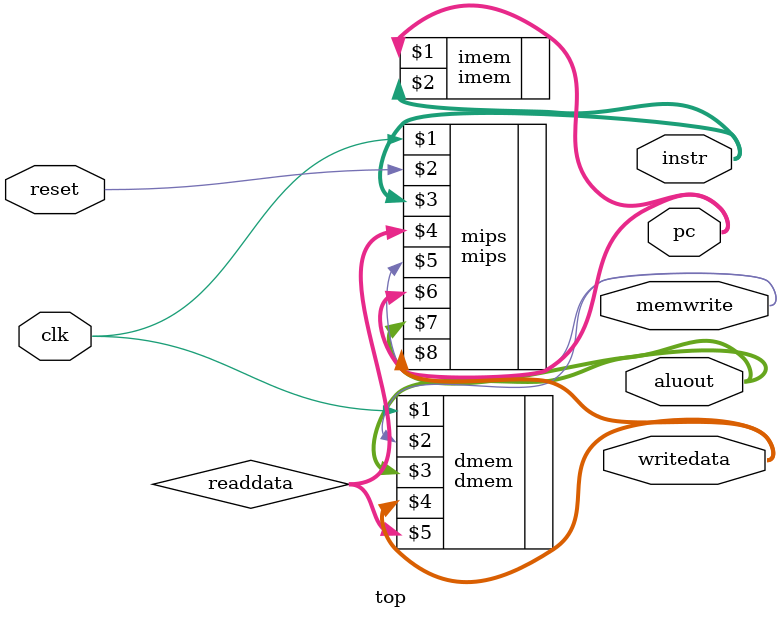
<source format=v>
`timescale 1ns / 1ps
module top (input clk, reset,
				output [31:0] writedata, aluout, pc, instr,
				output memwrite);

	wire [31:0] readdata;
	// vZbTÆÌÀÌ»
	mips mips (clk, reset, instr, readdata, memwrite, pc, aluout, writedata);
	imem imem (pc, instr);
	dmem dmem (clk, memwrite, aluout, writedata, readdata);

endmodule

</source>
